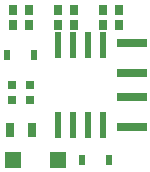
<source format=gbr>
G04 EAGLE Gerber RS-274X export*
G75*
%MOMM*%
%FSLAX34Y34*%
%LPD*%
%INSolderpaste Top*%
%IPPOS*%
%AMOC8*
5,1,8,0,0,1.08239X$1,22.5*%
G01*
%ADD10R,0.700000X0.900000*%
%ADD11R,0.800000X1.200000*%
%ADD12R,0.630000X0.830000*%
%ADD13R,1.400000X1.400000*%
%ADD14R,0.609600X2.209800*%
%ADD15R,0.800000X0.800000*%
%ADD16R,2.500000X0.800000*%


D10*
X247800Y165100D03*
X234800Y165100D03*
D11*
X194200Y63500D03*
X212200Y63500D03*
D12*
X214700Y127000D03*
X191700Y127000D03*
X278200Y38100D03*
X255200Y38100D03*
D13*
X234900Y38100D03*
X196900Y38100D03*
D14*
X234950Y67818D03*
X247650Y67818D03*
X260350Y67818D03*
X273050Y67818D03*
X273050Y135128D03*
X260350Y135128D03*
X247650Y135128D03*
X234950Y135128D03*
D15*
X210700Y88900D03*
X195700Y88900D03*
X210700Y101600D03*
X195700Y101600D03*
D10*
X209700Y165100D03*
X196700Y165100D03*
X247800Y152400D03*
X234800Y152400D03*
X285900Y152400D03*
X272900Y152400D03*
X285900Y165100D03*
X272900Y165100D03*
X209700Y152400D03*
X196700Y152400D03*
D16*
X296900Y91330D03*
X296900Y111870D03*
X296900Y66092D03*
X296900Y136600D03*
M02*

</source>
